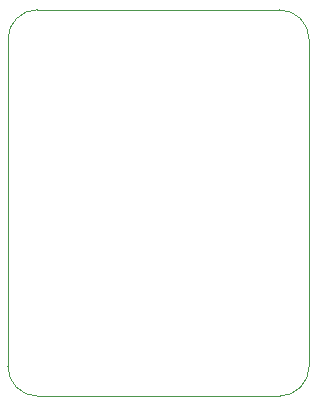
<source format=gbr>
%TF.GenerationSoftware,KiCad,Pcbnew,9.0.6*%
%TF.CreationDate,2025-11-18T16:50:13-05:00*%
%TF.ProjectId,Rev. 3,5265762e-2033-42e6-9b69-6361645f7063,rev?*%
%TF.SameCoordinates,Original*%
%TF.FileFunction,Profile,NP*%
%FSLAX46Y46*%
G04 Gerber Fmt 4.6, Leading zero omitted, Abs format (unit mm)*
G04 Created by KiCad (PCBNEW 9.0.6) date 2025-11-18 16:50:13*
%MOMM*%
%LPD*%
G01*
G04 APERTURE LIST*
%TA.AperFunction,Profile*%
%ADD10C,0.050000*%
%TD*%
G04 APERTURE END LIST*
D10*
X206167767Y-99267767D02*
X206167767Y-71567767D01*
X231667767Y-99267767D02*
G75*
G02*
X229167767Y-101767767I-2499967J-33D01*
G01*
X208667767Y-101767767D02*
G75*
G02*
X206167833Y-99267767I33J2499967D01*
G01*
X229167767Y-101767767D02*
X208667767Y-101767767D01*
X231667767Y-71567767D02*
X231667767Y-99267767D01*
X208667767Y-69067767D02*
X229167767Y-69067767D01*
X229167767Y-69067767D02*
G75*
G02*
X231667833Y-71567767I33J-2500033D01*
G01*
X206167767Y-71567767D02*
G75*
G02*
X208667767Y-69067767I2500033J-33D01*
G01*
M02*

</source>
